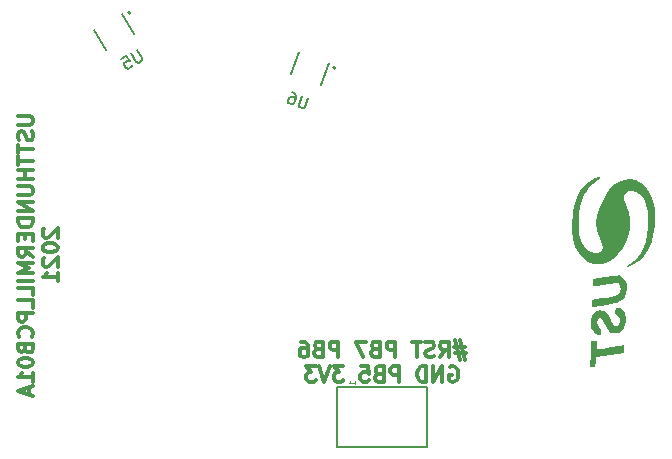
<source format=gbr>
%TF.GenerationSoftware,KiCad,Pcbnew,6.0.4-6f826c9f35~116~ubuntu20.04.1*%
%TF.CreationDate,2023-02-08T16:25:57+00:00*%
%TF.ProjectId,USTTHUNDERMILLPCB01,55535454-4855-44e4-9445-524d494c4c50,rev?*%
%TF.SameCoordinates,Original*%
%TF.FileFunction,Legend,Bot*%
%TF.FilePolarity,Positive*%
%FSLAX46Y46*%
G04 Gerber Fmt 4.6, Leading zero omitted, Abs format (unit mm)*
G04 Created by KiCad (PCBNEW 6.0.4-6f826c9f35~116~ubuntu20.04.1) date 2023-02-08 16:25:57*
%MOMM*%
%LPD*%
G01*
G04 APERTURE LIST*
%ADD10C,0.300000*%
%ADD11C,0.150000*%
%ADD12C,0.050000*%
%ADD13C,0.127000*%
%ADD14C,0.200000*%
G04 APERTURE END LIST*
D10*
X18845238Y-7874928D02*
X17916666Y-7874928D01*
X18473809Y-7317785D02*
X18845238Y-8989214D01*
X18040476Y-8432071D02*
X18969047Y-8432071D01*
X18411904Y-8989214D02*
X18040476Y-7317785D01*
X16740476Y-8741595D02*
X17173809Y-8122547D01*
X17483333Y-8741595D02*
X17483333Y-7441595D01*
X16988095Y-7441595D01*
X16864285Y-7503500D01*
X16802380Y-7565404D01*
X16740476Y-7689214D01*
X16740476Y-7874928D01*
X16802380Y-7998738D01*
X16864285Y-8060642D01*
X16988095Y-8122547D01*
X17483333Y-8122547D01*
X16245238Y-8679690D02*
X16059523Y-8741595D01*
X15750000Y-8741595D01*
X15626190Y-8679690D01*
X15564285Y-8617785D01*
X15502380Y-8493976D01*
X15502380Y-8370166D01*
X15564285Y-8246357D01*
X15626190Y-8184452D01*
X15750000Y-8122547D01*
X15997619Y-8060642D01*
X16121428Y-7998738D01*
X16183333Y-7936833D01*
X16245238Y-7813023D01*
X16245238Y-7689214D01*
X16183333Y-7565404D01*
X16121428Y-7503500D01*
X15997619Y-7441595D01*
X15688095Y-7441595D01*
X15502380Y-7503500D01*
X15130952Y-7441595D02*
X14388095Y-7441595D01*
X14759523Y-8741595D02*
X14759523Y-7441595D01*
X12964285Y-8741595D02*
X12964285Y-7441595D01*
X12469047Y-7441595D01*
X12345238Y-7503500D01*
X12283333Y-7565404D01*
X12221428Y-7689214D01*
X12221428Y-7874928D01*
X12283333Y-7998738D01*
X12345238Y-8060642D01*
X12469047Y-8122547D01*
X12964285Y-8122547D01*
X11230952Y-8060642D02*
X11045238Y-8122547D01*
X10983333Y-8184452D01*
X10921428Y-8308261D01*
X10921428Y-8493976D01*
X10983333Y-8617785D01*
X11045238Y-8679690D01*
X11169047Y-8741595D01*
X11664285Y-8741595D01*
X11664285Y-7441595D01*
X11230952Y-7441595D01*
X11107142Y-7503500D01*
X11045238Y-7565404D01*
X10983333Y-7689214D01*
X10983333Y-7813023D01*
X11045238Y-7936833D01*
X11107142Y-7998738D01*
X11230952Y-8060642D01*
X11664285Y-8060642D01*
X10488095Y-7441595D02*
X9621428Y-7441595D01*
X10178571Y-8741595D01*
X8135714Y-8741595D02*
X8135714Y-7441595D01*
X7640476Y-7441595D01*
X7516666Y-7503500D01*
X7454761Y-7565404D01*
X7392857Y-7689214D01*
X7392857Y-7874928D01*
X7454761Y-7998738D01*
X7516666Y-8060642D01*
X7640476Y-8122547D01*
X8135714Y-8122547D01*
X6402380Y-8060642D02*
X6216666Y-8122547D01*
X6154761Y-8184452D01*
X6092857Y-8308261D01*
X6092857Y-8493976D01*
X6154761Y-8617785D01*
X6216666Y-8679690D01*
X6340476Y-8741595D01*
X6835714Y-8741595D01*
X6835714Y-7441595D01*
X6402380Y-7441595D01*
X6278571Y-7503500D01*
X6216666Y-7565404D01*
X6154761Y-7689214D01*
X6154761Y-7813023D01*
X6216666Y-7936833D01*
X6278571Y-7998738D01*
X6402380Y-8060642D01*
X6835714Y-8060642D01*
X4978571Y-7441595D02*
X5226190Y-7441595D01*
X5350000Y-7503500D01*
X5411904Y-7565404D01*
X5535714Y-7751119D01*
X5597619Y-7998738D01*
X5597619Y-8493976D01*
X5535714Y-8617785D01*
X5473809Y-8679690D01*
X5350000Y-8741595D01*
X5102380Y-8741595D01*
X4978571Y-8679690D01*
X4916666Y-8617785D01*
X4854761Y-8493976D01*
X4854761Y-8184452D01*
X4916666Y-8060642D01*
X4978571Y-7998738D01*
X5102380Y-7936833D01*
X5350000Y-7936833D01*
X5473809Y-7998738D01*
X5535714Y-8060642D01*
X5597619Y-8184452D01*
X17545238Y-9596500D02*
X17669047Y-9534595D01*
X17854761Y-9534595D01*
X18040476Y-9596500D01*
X18164285Y-9720309D01*
X18226190Y-9844119D01*
X18288095Y-10091738D01*
X18288095Y-10277452D01*
X18226190Y-10525071D01*
X18164285Y-10648880D01*
X18040476Y-10772690D01*
X17854761Y-10834595D01*
X17730952Y-10834595D01*
X17545238Y-10772690D01*
X17483333Y-10710785D01*
X17483333Y-10277452D01*
X17730952Y-10277452D01*
X16926190Y-10834595D02*
X16926190Y-9534595D01*
X16183333Y-10834595D01*
X16183333Y-9534595D01*
X15564285Y-10834595D02*
X15564285Y-9534595D01*
X15254761Y-9534595D01*
X15069047Y-9596500D01*
X14945238Y-9720309D01*
X14883333Y-9844119D01*
X14821428Y-10091738D01*
X14821428Y-10277452D01*
X14883333Y-10525071D01*
X14945238Y-10648880D01*
X15069047Y-10772690D01*
X15254761Y-10834595D01*
X15564285Y-10834595D01*
X13273809Y-10834595D02*
X13273809Y-9534595D01*
X12778571Y-9534595D01*
X12654761Y-9596500D01*
X12592857Y-9658404D01*
X12530952Y-9782214D01*
X12530952Y-9967928D01*
X12592857Y-10091738D01*
X12654761Y-10153642D01*
X12778571Y-10215547D01*
X13273809Y-10215547D01*
X11540476Y-10153642D02*
X11354761Y-10215547D01*
X11292857Y-10277452D01*
X11230952Y-10401261D01*
X11230952Y-10586976D01*
X11292857Y-10710785D01*
X11354761Y-10772690D01*
X11478571Y-10834595D01*
X11973809Y-10834595D01*
X11973809Y-9534595D01*
X11540476Y-9534595D01*
X11416666Y-9596500D01*
X11354761Y-9658404D01*
X11292857Y-9782214D01*
X11292857Y-9906023D01*
X11354761Y-10029833D01*
X11416666Y-10091738D01*
X11540476Y-10153642D01*
X11973809Y-10153642D01*
X10054761Y-9534595D02*
X10673809Y-9534595D01*
X10735714Y-10153642D01*
X10673809Y-10091738D01*
X10550000Y-10029833D01*
X10240476Y-10029833D01*
X10116666Y-10091738D01*
X10054761Y-10153642D01*
X9992857Y-10277452D01*
X9992857Y-10586976D01*
X10054761Y-10710785D01*
X10116666Y-10772690D01*
X10240476Y-10834595D01*
X10550000Y-10834595D01*
X10673809Y-10772690D01*
X10735714Y-10710785D01*
X8569047Y-9534595D02*
X7764285Y-9534595D01*
X8197619Y-10029833D01*
X8011904Y-10029833D01*
X7888095Y-10091738D01*
X7826190Y-10153642D01*
X7764285Y-10277452D01*
X7764285Y-10586976D01*
X7826190Y-10710785D01*
X7888095Y-10772690D01*
X8011904Y-10834595D01*
X8383333Y-10834595D01*
X8507142Y-10772690D01*
X8569047Y-10710785D01*
X7392857Y-9534595D02*
X6959523Y-10834595D01*
X6526190Y-9534595D01*
X6216666Y-9534595D02*
X5411904Y-9534595D01*
X5845238Y-10029833D01*
X5659523Y-10029833D01*
X5535714Y-10091738D01*
X5473809Y-10153642D01*
X5411904Y-10277452D01*
X5411904Y-10586976D01*
X5473809Y-10710785D01*
X5535714Y-10772690D01*
X5659523Y-10834595D01*
X6030952Y-10834595D01*
X6154761Y-10772690D01*
X6216666Y-10710785D01*
X-19008405Y11661905D02*
X-17956024Y11661905D01*
X-17832215Y11600000D01*
X-17770310Y11538096D01*
X-17708405Y11414286D01*
X-17708405Y11166667D01*
X-17770310Y11042858D01*
X-17832215Y10980953D01*
X-17956024Y10919048D01*
X-19008405Y10919048D01*
X-17770310Y10361905D02*
X-17708405Y10176191D01*
X-17708405Y9866667D01*
X-17770310Y9742858D01*
X-17832215Y9680953D01*
X-17956024Y9619048D01*
X-18079834Y9619048D01*
X-18203643Y9680953D01*
X-18265548Y9742858D01*
X-18327453Y9866667D01*
X-18389358Y10114286D01*
X-18451262Y10238096D01*
X-18513167Y10300000D01*
X-18636977Y10361905D01*
X-18760786Y10361905D01*
X-18884596Y10300000D01*
X-18946500Y10238096D01*
X-19008405Y10114286D01*
X-19008405Y9804762D01*
X-18946500Y9619048D01*
X-19008405Y9247620D02*
X-19008405Y8504762D01*
X-17708405Y8876191D02*
X-19008405Y8876191D01*
X-19008405Y8257143D02*
X-19008405Y7514286D01*
X-17708405Y7885715D02*
X-19008405Y7885715D01*
X-17708405Y7080953D02*
X-19008405Y7080953D01*
X-18389358Y7080953D02*
X-18389358Y6338096D01*
X-17708405Y6338096D02*
X-19008405Y6338096D01*
X-19008405Y5719048D02*
X-17956024Y5719048D01*
X-17832215Y5657143D01*
X-17770310Y5595239D01*
X-17708405Y5471429D01*
X-17708405Y5223810D01*
X-17770310Y5100000D01*
X-17832215Y5038096D01*
X-17956024Y4976191D01*
X-19008405Y4976191D01*
X-17708405Y4357143D02*
X-19008405Y4357143D01*
X-17708405Y3614286D01*
X-19008405Y3614286D01*
X-17708405Y2995239D02*
X-19008405Y2995239D01*
X-19008405Y2685715D01*
X-18946500Y2500001D01*
X-18822691Y2376191D01*
X-18698881Y2314286D01*
X-18451262Y2252381D01*
X-18265548Y2252381D01*
X-18017929Y2314286D01*
X-17894120Y2376191D01*
X-17770310Y2500001D01*
X-17708405Y2685715D01*
X-17708405Y2995239D01*
X-18389358Y1695239D02*
X-18389358Y1261905D01*
X-17708405Y1076191D02*
X-17708405Y1695239D01*
X-19008405Y1695239D01*
X-19008405Y1076191D01*
X-17708405Y-223809D02*
X-18327453Y209524D01*
X-17708405Y519048D02*
X-19008405Y519048D01*
X-19008405Y23810D01*
X-18946500Y-99999D01*
X-18884596Y-161904D01*
X-18760786Y-223809D01*
X-18575072Y-223809D01*
X-18451262Y-161904D01*
X-18389358Y-99999D01*
X-18327453Y23810D01*
X-18327453Y519048D01*
X-17708405Y-780952D02*
X-19008405Y-780952D01*
X-18079834Y-1214285D01*
X-19008405Y-1647619D01*
X-17708405Y-1647619D01*
X-17708405Y-2266666D02*
X-19008405Y-2266666D01*
X-17708405Y-3504761D02*
X-17708405Y-2885714D01*
X-19008405Y-2885714D01*
X-17708405Y-4557142D02*
X-17708405Y-3938095D01*
X-19008405Y-3938095D01*
X-17708405Y-4990476D02*
X-19008405Y-4990476D01*
X-19008405Y-5485714D01*
X-18946500Y-5609523D01*
X-18884596Y-5671428D01*
X-18760786Y-5733333D01*
X-18575072Y-5733333D01*
X-18451262Y-5671428D01*
X-18389358Y-5609523D01*
X-18327453Y-5485714D01*
X-18327453Y-4990476D01*
X-17832215Y-7033333D02*
X-17770310Y-6971428D01*
X-17708405Y-6785714D01*
X-17708405Y-6661904D01*
X-17770310Y-6476190D01*
X-17894120Y-6352380D01*
X-18017929Y-6290476D01*
X-18265548Y-6228571D01*
X-18451262Y-6228571D01*
X-18698881Y-6290476D01*
X-18822691Y-6352380D01*
X-18946500Y-6476190D01*
X-19008405Y-6661904D01*
X-19008405Y-6785714D01*
X-18946500Y-6971428D01*
X-18884596Y-7033333D01*
X-18389358Y-8023809D02*
X-18327453Y-8209523D01*
X-18265548Y-8271428D01*
X-18141739Y-8333333D01*
X-17956024Y-8333333D01*
X-17832215Y-8271428D01*
X-17770310Y-8209523D01*
X-17708405Y-8085714D01*
X-17708405Y-7590476D01*
X-19008405Y-7590476D01*
X-19008405Y-8023809D01*
X-18946500Y-8147619D01*
X-18884596Y-8209523D01*
X-18760786Y-8271428D01*
X-18636977Y-8271428D01*
X-18513167Y-8209523D01*
X-18451262Y-8147619D01*
X-18389358Y-8023809D01*
X-18389358Y-7590476D01*
X-19008405Y-9138095D02*
X-19008405Y-9261904D01*
X-18946500Y-9385714D01*
X-18884596Y-9447619D01*
X-18760786Y-9509523D01*
X-18513167Y-9571428D01*
X-18203643Y-9571428D01*
X-17956024Y-9509523D01*
X-17832215Y-9447619D01*
X-17770310Y-9385714D01*
X-17708405Y-9261904D01*
X-17708405Y-9138095D01*
X-17770310Y-9014285D01*
X-17832215Y-8952380D01*
X-17956024Y-8890476D01*
X-18203643Y-8828571D01*
X-18513167Y-8828571D01*
X-18760786Y-8890476D01*
X-18884596Y-8952380D01*
X-18946500Y-9014285D01*
X-19008405Y-9138095D01*
X-17708405Y-10809523D02*
X-17708405Y-10066666D01*
X-17708405Y-10438095D02*
X-19008405Y-10438095D01*
X-18822691Y-10314285D01*
X-18698881Y-10190476D01*
X-18636977Y-10066666D01*
X-18079834Y-11304761D02*
X-18079834Y-11923809D01*
X-17708405Y-11180952D02*
X-19008405Y-11614285D01*
X-17708405Y-12047619D01*
X-16791596Y2128572D02*
X-16853500Y2066667D01*
X-16915405Y1942858D01*
X-16915405Y1633334D01*
X-16853500Y1509524D01*
X-16791596Y1447620D01*
X-16667786Y1385715D01*
X-16543977Y1385715D01*
X-16358262Y1447620D01*
X-15615405Y2190477D01*
X-15615405Y1385715D01*
X-16915405Y580953D02*
X-16915405Y457143D01*
X-16853500Y333334D01*
X-16791596Y271429D01*
X-16667786Y209524D01*
X-16420167Y147620D01*
X-16110643Y147620D01*
X-15863024Y209524D01*
X-15739215Y271429D01*
X-15677310Y333334D01*
X-15615405Y457143D01*
X-15615405Y580953D01*
X-15677310Y704762D01*
X-15739215Y766667D01*
X-15863024Y828572D01*
X-16110643Y890477D01*
X-16420167Y890477D01*
X-16667786Y828572D01*
X-16791596Y766667D01*
X-16853500Y704762D01*
X-16915405Y580953D01*
X-16791596Y-347619D02*
X-16853500Y-409523D01*
X-16915405Y-533333D01*
X-16915405Y-842857D01*
X-16853500Y-966666D01*
X-16791596Y-1028571D01*
X-16667786Y-1090476D01*
X-16543977Y-1090476D01*
X-16358262Y-1028571D01*
X-15615405Y-285714D01*
X-15615405Y-1090476D01*
X-15615405Y-2328571D02*
X-15615405Y-1585714D01*
X-15615405Y-1957142D02*
X-16915405Y-1957142D01*
X-16729691Y-1833333D01*
X-16605881Y-1709523D01*
X-16543977Y-1585714D01*
D11*
%TO.C,U6*%
X5603253Y13204007D02*
X5326379Y12443304D01*
X5249058Y12370096D01*
X5188025Y12341635D01*
X5082243Y12329461D01*
X4903254Y12394608D01*
X4830046Y12471929D01*
X4801586Y12532963D01*
X4789412Y12638744D01*
X5066285Y13399447D01*
X4216087Y13708894D02*
X4395076Y13643747D01*
X4468284Y13566427D01*
X4496745Y13505393D01*
X4537379Y13338578D01*
X4516980Y13143302D01*
X4386686Y12785324D01*
X4309366Y12712116D01*
X4248332Y12683655D01*
X4142551Y12671482D01*
X3963562Y12736628D01*
X3890354Y12813949D01*
X3861893Y12874983D01*
X3849719Y12980764D01*
X3931153Y13204500D01*
X4008473Y13277708D01*
X4069507Y13306169D01*
X4175288Y13318343D01*
X4354277Y13253196D01*
X4427485Y13175875D01*
X4455946Y13114841D01*
X4468120Y13009060D01*
%TO.C,U5*%
X-8913981Y17255205D02*
X-8509219Y16554137D01*
X-8502839Y16447849D01*
X-8520269Y16382800D01*
X-8578938Y16293941D01*
X-8743896Y16198703D01*
X-8850184Y16192324D01*
X-8915233Y16209753D01*
X-9004091Y16268422D01*
X-9408853Y16969491D01*
X-10233639Y16493300D02*
X-9821246Y16731395D01*
X-9541911Y16342812D01*
X-9606960Y16360242D01*
X-9713248Y16353862D01*
X-9919445Y16234814D01*
X-9978114Y16145956D01*
X-9995544Y16080907D01*
X-9989164Y15974619D01*
X-9870116Y15768422D01*
X-9781258Y15709753D01*
X-9716209Y15692324D01*
X-9609921Y15698703D01*
X-9403724Y15817751D01*
X-9345055Y15906609D01*
X-9327626Y15971658D01*
D12*
%TO.C,J4*%
X9508590Y-11047657D02*
X9508590Y-10761942D01*
X9508590Y-10904800D02*
X9008590Y-10904800D01*
X9080019Y-10857180D01*
X9127638Y-10809561D01*
X9151447Y-10761942D01*
D13*
%TO.C,U6*%
X7347935Y16157992D02*
X6663895Y14278607D01*
X4773177Y17095127D02*
X4089137Y15215742D01*
D14*
X7879931Y15755745D02*
G75*
G03*
X7879931Y15755745I-100000J0D01*
G01*
%TO.C,G\u002A\u002A\u002A*%
G36*
X29997658Y-7723500D02*
G01*
X29996289Y-7860737D01*
X30019267Y-8027841D01*
X30078877Y-8081992D01*
X30110322Y-8080053D01*
X30265934Y-8060647D01*
X30520498Y-8023725D01*
X30847251Y-7973247D01*
X31219428Y-7913175D01*
X31409113Y-7882025D01*
X31750953Y-7826329D01*
X32028074Y-7781769D01*
X32215902Y-7752277D01*
X32289860Y-7741787D01*
X32296149Y-7754252D01*
X32304606Y-7863544D01*
X32302761Y-8048649D01*
X32291541Y-8354625D01*
X29967071Y-8727711D01*
X29930686Y-9156256D01*
X29923848Y-9235963D01*
X29900560Y-9437864D01*
X29862995Y-9543151D01*
X29790846Y-9585473D01*
X29663800Y-9598486D01*
X29433300Y-9612169D01*
X29493297Y-8503934D01*
X29553294Y-7395697D01*
X30010677Y-7368465D01*
X29997658Y-7723500D01*
G37*
G36*
X31984934Y-4608409D02*
G01*
X32218940Y-4772484D01*
X32382645Y-5033448D01*
X32412579Y-5130220D01*
X32451994Y-5416130D01*
X32450597Y-5739305D01*
X32410650Y-6041942D01*
X32334415Y-6266238D01*
X32157632Y-6498529D01*
X31879632Y-6678300D01*
X31549758Y-6731669D01*
X31437166Y-6722992D01*
X31220804Y-6663209D01*
X31043989Y-6530501D01*
X30883594Y-6303470D01*
X30716491Y-5960716D01*
X30659429Y-5833903D01*
X30516989Y-5563985D01*
X30393590Y-5416514D01*
X30278227Y-5381361D01*
X30159893Y-5448396D01*
X30074832Y-5574237D01*
X30035766Y-5798803D01*
X30083532Y-6032731D01*
X30214247Y-6220853D01*
X30246898Y-6250237D01*
X30363005Y-6416788D01*
X30388486Y-6639064D01*
X30373682Y-6797726D01*
X30323891Y-6878664D01*
X30213101Y-6893294D01*
X30163862Y-6887480D01*
X29951382Y-6792786D01*
X29745523Y-6610486D01*
X29589273Y-6376217D01*
X29555828Y-6277295D01*
X29516462Y-6040663D01*
X29507252Y-5779112D01*
X29516158Y-5646381D01*
X29602400Y-5267446D01*
X29773188Y-4996569D01*
X30025682Y-4837050D01*
X30357044Y-4792186D01*
X30422565Y-4796347D01*
X30658976Y-4854633D01*
X30853992Y-4993537D01*
X31028152Y-5232475D01*
X31201998Y-5590865D01*
X31252725Y-5707341D01*
X31380721Y-5961000D01*
X31493172Y-6101526D01*
X31606968Y-6145197D01*
X31739004Y-6108292D01*
X31752080Y-6101440D01*
X31883351Y-5959172D01*
X31946919Y-5749230D01*
X31943045Y-5519405D01*
X31871988Y-5317489D01*
X31734010Y-5191268D01*
X31644692Y-5139774D01*
X31586288Y-5033303D01*
X31577909Y-4838690D01*
X31579967Y-4789073D01*
X31599734Y-4633811D01*
X31657763Y-4571607D01*
X31783012Y-4563622D01*
X31984934Y-4608409D01*
G37*
G36*
X31887718Y-1829252D02*
G01*
X32048219Y-1890102D01*
X32237283Y-2027398D01*
X32408800Y-2201580D01*
X32516662Y-2373090D01*
X32540424Y-2511761D01*
X32548644Y-2742326D01*
X32538768Y-3011853D01*
X32492648Y-3341988D01*
X32367772Y-3671016D01*
X32156650Y-3911424D01*
X31845766Y-4084124D01*
X31737105Y-4119115D01*
X31495583Y-4179957D01*
X31179984Y-4249210D01*
X30825442Y-4320198D01*
X30467087Y-4386247D01*
X30140051Y-4440680D01*
X29879469Y-4476820D01*
X29720472Y-4487992D01*
X29698919Y-4483280D01*
X29646180Y-4393066D01*
X29636113Y-4179667D01*
X29647291Y-3874845D01*
X30370611Y-3775620D01*
X30858802Y-3702751D01*
X31256617Y-3627587D01*
X31548132Y-3549990D01*
X31750782Y-3465267D01*
X31881999Y-3368724D01*
X31975124Y-3217624D01*
X32027870Y-2979170D01*
X32011671Y-2737546D01*
X31923433Y-2553598D01*
X31916576Y-2546312D01*
X31862069Y-2500337D01*
X31788989Y-2474333D01*
X31673369Y-2468940D01*
X31491243Y-2484803D01*
X31218647Y-2522564D01*
X30831612Y-2582865D01*
X30714181Y-2601387D01*
X30367721Y-2654605D01*
X30076932Y-2697183D01*
X29869429Y-2725163D01*
X29772826Y-2734589D01*
X29757255Y-2730224D01*
X29710845Y-2633880D01*
X29700316Y-2428757D01*
X29711418Y-2125992D01*
X30723980Y-1974803D01*
X30863938Y-1954161D01*
X31224436Y-1903382D01*
X31533808Y-1863140D01*
X31762874Y-1837111D01*
X31882454Y-1828965D01*
X31887718Y-1829252D01*
G37*
G36*
X30306507Y6443732D02*
G01*
X30304270Y6427360D01*
X30245343Y6375762D01*
X30210396Y6359444D01*
X30084810Y6268898D01*
X29896482Y6116657D01*
X29670989Y5922885D01*
X29641663Y5896885D01*
X29359517Y5625818D01*
X29143460Y5362992D01*
X28971471Y5071699D01*
X28821530Y4715227D01*
X28671618Y4256868D01*
X28591764Y3934065D01*
X28514971Y3419194D01*
X28479320Y2865394D01*
X28484144Y2307482D01*
X28528776Y1780270D01*
X28612550Y1318573D01*
X28734799Y957204D01*
X28916598Y655007D01*
X29211971Y350898D01*
X29557925Y148934D01*
X29928815Y68208D01*
X30027656Y68834D01*
X30287753Y132868D01*
X30445057Y289577D01*
X30498613Y535752D01*
X30447464Y868185D01*
X30290657Y1283665D01*
X30269044Y1331409D01*
X30051943Y1973152D01*
X29974676Y2608917D01*
X30036996Y3240622D01*
X30085961Y3447038D01*
X30262039Y3984484D01*
X30498414Y4514137D01*
X30779174Y5009756D01*
X31088404Y5445098D01*
X31410190Y5793923D01*
X31728617Y6029987D01*
X31842777Y6089657D01*
X32351826Y6279023D01*
X32836755Y6330251D01*
X33296728Y6243473D01*
X33730914Y6018817D01*
X34138477Y5656412D01*
X34150870Y5642752D01*
X34452359Y5233367D01*
X34684995Y4742762D01*
X34861226Y4144912D01*
X34905977Y3861152D01*
X34933330Y3431089D01*
X34934583Y2937283D01*
X34911639Y2419573D01*
X34866404Y1917791D01*
X34800781Y1471778D01*
X34716675Y1121370D01*
X34675306Y997625D01*
X34384692Y337526D01*
X34012718Y-209456D01*
X33560144Y-642383D01*
X33027730Y-960320D01*
X32810696Y-1051725D01*
X32644027Y-1108051D01*
X32567378Y-1115534D01*
X32577862Y-1087937D01*
X32669851Y-984571D01*
X32835592Y-826657D01*
X33053714Y-635294D01*
X33126449Y-572957D01*
X33471093Y-247376D01*
X33727026Y65740D01*
X33925166Y409787D01*
X34096431Y828156D01*
X34154088Y1002657D01*
X34298823Y1621759D01*
X34378680Y2291539D01*
X34392151Y2969057D01*
X34337731Y3611364D01*
X34213912Y4175516D01*
X34106493Y4453360D01*
X33891510Y4810874D01*
X33628865Y5085610D01*
X33336712Y5267413D01*
X33033207Y5346132D01*
X32736504Y5311613D01*
X32464760Y5153703D01*
X32375999Y5056815D01*
X32294110Y4841684D01*
X32323987Y4571594D01*
X32465644Y4231614D01*
X32510492Y4141814D01*
X32732482Y3519749D01*
X32830561Y2847332D01*
X32803722Y2139879D01*
X32650957Y1412700D01*
X32512211Y1029585D01*
X32217854Y476240D01*
X31841965Y-18273D01*
X31406136Y-427124D01*
X30931960Y-723479D01*
X30531791Y-852134D01*
X30092919Y-890861D01*
X29665504Y-839708D01*
X29298293Y-699391D01*
X29267231Y-681128D01*
X28849358Y-352580D01*
X28490514Y88003D01*
X28203837Y621088D01*
X28002463Y1227144D01*
X27970897Y1416152D01*
X27945880Y1769305D01*
X27940285Y2199821D01*
X27952452Y2672366D01*
X27980723Y3151605D01*
X28023440Y3602205D01*
X28078945Y3988834D01*
X28145577Y4276157D01*
X28216836Y4480134D01*
X28367579Y4836983D01*
X28538874Y5175593D01*
X28710429Y5457241D01*
X28861950Y5643201D01*
X28959497Y5745112D01*
X29029499Y5845030D01*
X29038667Y5858572D01*
X29137770Y5943856D01*
X29318109Y6072030D01*
X29549044Y6220927D01*
X29569057Y6233222D01*
X29877224Y6404747D01*
X30110663Y6499303D01*
X30257662Y6513447D01*
X30306507Y6443732D01*
G37*
D13*
%TO.C,U5*%
X-10156745Y20337776D02*
X-9156745Y18605726D01*
X-12529655Y18967776D02*
X-11529655Y17235726D01*
D14*
X-9470925Y20410145D02*
G75*
G03*
X-9470925Y20410145I-100000J0D01*
G01*
D11*
%TO.C,J4*%
X8012400Y-11285800D02*
X8012400Y-16365800D01*
X8012400Y-16365800D02*
X15632400Y-16365800D01*
X15632400Y-16365800D02*
X15632400Y-11285800D01*
X15632400Y-11285800D02*
X8012400Y-11285800D01*
%TD*%
M02*

</source>
